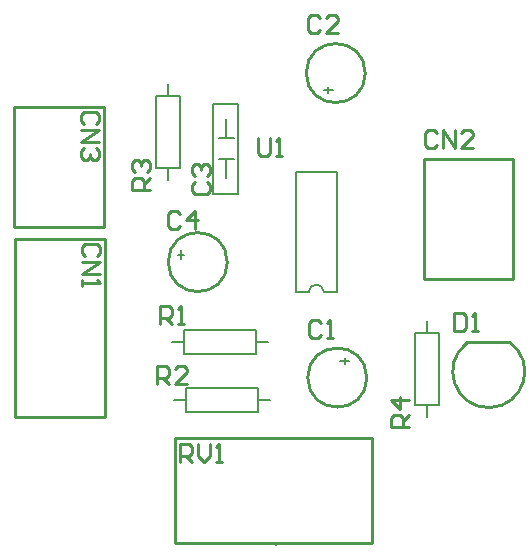
<source format=gto>
G04*
G04 #@! TF.GenerationSoftware,Altium Limited,Altium Designer,19.0.15 (446)*
G04*
G04 Layer_Color=65535*
%FSLAX43Y43*%
%MOMM*%
G71*
G01*
G75*
%ADD10C,0.254*%
%ADD11C,0.200*%
D10*
X41371Y17568D02*
G03*
X44898Y17633I1809J-2455D01*
G01*
X21042Y24384D02*
G03*
X21042Y24384I-2500J0D01*
G01*
X32853Y14605D02*
G03*
X32853Y14605I-2500J0D01*
G01*
X32726Y40386D02*
G03*
X32726Y40386I-2500J0D01*
G01*
X41435Y17633D02*
X44898D01*
X16600Y600D02*
X33300D01*
X16600D02*
Y9500D01*
X33300D01*
Y600D02*
Y9500D01*
X25100Y500D02*
X25200Y600D01*
X3048Y11311D02*
Y26311D01*
Y11311D02*
X10648D01*
Y26311D01*
X3048D02*
X10648D01*
X2998Y37522D02*
X10598D01*
Y27322D02*
Y37522D01*
X2998Y27322D02*
X10598D01*
X2998D02*
Y37522D01*
X37662Y22930D02*
X45262D01*
X37662D02*
Y33130D01*
X45262D01*
Y22930D02*
Y33130D01*
X36449Y10414D02*
X34925D01*
Y11176D01*
X35179Y11430D01*
X35687D01*
X35941Y11176D01*
Y10414D01*
Y10922D02*
X36449Y11430D01*
Y12699D02*
X34925D01*
X35687Y11938D01*
Y12953D01*
X40259Y20040D02*
Y18517D01*
X41021D01*
X41275Y18771D01*
Y19786D01*
X41021Y20040D01*
X40259D01*
X41783Y18517D02*
X42290D01*
X42036D01*
Y20040D01*
X41783Y19786D01*
X23673Y34899D02*
Y33630D01*
X23927Y33376D01*
X24435D01*
X24688Y33630D01*
Y34899D01*
X25196Y33376D02*
X25704D01*
X25450D01*
Y34899D01*
X25196Y34645D01*
X17018Y7493D02*
Y9017D01*
X17780D01*
X18034Y8763D01*
Y8255D01*
X17780Y8001D01*
X17018D01*
X17526D02*
X18034Y7493D01*
X18542Y9017D02*
Y8001D01*
X19049Y7493D01*
X19557Y8001D01*
Y9017D01*
X20065Y7493D02*
X20573D01*
X20319D01*
Y9017D01*
X20065Y8763D01*
X14478Y30480D02*
X12954D01*
Y31242D01*
X13208Y31496D01*
X13716D01*
X13970Y31242D01*
Y30480D01*
Y30988D02*
X14478Y31496D01*
X13208Y32004D02*
X12954Y32257D01*
Y32765D01*
X13208Y33019D01*
X13462D01*
X13716Y32765D01*
Y32511D01*
Y32765D01*
X13970Y33019D01*
X14224D01*
X14478Y32765D01*
Y32257D01*
X14224Y32004D01*
X15113Y14097D02*
Y15621D01*
X15875D01*
X16129Y15367D01*
Y14859D01*
X15875Y14605D01*
X15113D01*
X15621D02*
X16129Y14097D01*
X17652D02*
X16637D01*
X17652Y15113D01*
Y15367D01*
X17398Y15621D01*
X16890D01*
X16637Y15367D01*
X15367Y19177D02*
Y20701D01*
X16129D01*
X16383Y20447D01*
Y19939D01*
X16129Y19685D01*
X15367D01*
X15875D02*
X16383Y19177D01*
X16891D02*
X17398D01*
X17144D01*
Y20701D01*
X16891Y20447D01*
X9906Y36068D02*
X10160Y36322D01*
Y36830D01*
X9906Y37084D01*
X8890D01*
X8636Y36830D01*
Y36322D01*
X8890Y36068D01*
X8636Y35560D02*
X10160D01*
X8636Y34545D01*
X10160D01*
X9906Y34037D02*
X10160Y33783D01*
Y33275D01*
X9906Y33021D01*
X9652D01*
X9398Y33275D01*
Y33529D01*
Y33275D01*
X9144Y33021D01*
X8890D01*
X8636Y33275D01*
Y33783D01*
X8890Y34037D01*
X38799Y35296D02*
X38545Y35550D01*
X38037D01*
X37783Y35296D01*
Y34281D01*
X38037Y34027D01*
X38545D01*
X38799Y34281D01*
X39306Y34027D02*
Y35550D01*
X40322Y34027D01*
Y35550D01*
X41846Y34027D02*
X40830D01*
X41846Y35042D01*
Y35296D01*
X41592Y35550D01*
X41084D01*
X40830Y35296D01*
X10033Y24892D02*
X10287Y25146D01*
Y25654D01*
X10033Y25908D01*
X9017D01*
X8763Y25654D01*
Y25146D01*
X9017Y24892D01*
X8763Y24384D02*
X10287D01*
X8763Y23369D01*
X10287D01*
X8763Y22861D02*
Y22353D01*
Y22607D01*
X10287D01*
X10033Y22861D01*
X17018Y28448D02*
X16764Y28702D01*
X16256D01*
X16002Y28448D01*
Y27432D01*
X16256Y27178D01*
X16764D01*
X17018Y27432D01*
X18287Y27178D02*
Y28702D01*
X17526Y27940D01*
X18541D01*
X18288Y31184D02*
X18034Y30930D01*
Y30422D01*
X18288Y30169D01*
X19304D01*
X19558Y30422D01*
Y30930D01*
X19304Y31184D01*
X18288Y31692D02*
X18034Y31946D01*
Y32454D01*
X18288Y32708D01*
X18542D01*
X18796Y32454D01*
Y32200D01*
Y32454D01*
X19050Y32708D01*
X19304D01*
X19558Y32454D01*
Y31946D01*
X19304Y31692D01*
X28867Y45046D02*
X28613Y45300D01*
X28105D01*
X27851Y45046D01*
Y44031D01*
X28105Y43777D01*
X28613D01*
X28867Y44031D01*
X30390Y43777D02*
X29375D01*
X30390Y44793D01*
Y45046D01*
X30136Y45300D01*
X29629D01*
X29375Y45046D01*
X29006Y19253D02*
X28753Y19507D01*
X28245D01*
X27991Y19253D01*
Y18237D01*
X28245Y17983D01*
X28753D01*
X29006Y18237D01*
X29514Y17983D02*
X30022D01*
X29768D01*
Y19507D01*
X29514Y19253D01*
D11*
X29210Y21844D02*
G03*
X27940Y21844I-635J0D01*
G01*
X36957Y12319D02*
X38989D01*
X36957D02*
Y18415D01*
X38989D01*
Y12319D02*
Y18415D01*
X37973Y11303D02*
Y12319D01*
Y18415D02*
Y19431D01*
X41371Y17568D02*
X41435Y17633D01*
X19812Y30169D02*
X21971D01*
Y37789D01*
X19812D02*
X21971D01*
X19812Y30169D02*
Y37789D01*
X20955Y31519D02*
Y33090D01*
X20320D02*
X21590D01*
X20955Y34868D02*
Y36519D01*
X20320Y34868D02*
X21590D01*
X16891Y25019D02*
X17399D01*
X17145Y24638D02*
Y25400D01*
X14986Y38481D02*
X17018D01*
Y32385D02*
Y38481D01*
X14986Y32385D02*
X17018D01*
X14986D02*
Y38481D01*
X16002D02*
Y39497D01*
Y31369D02*
Y32385D01*
X23495Y16637D02*
Y18669D01*
X17399Y16637D02*
X23495D01*
X17399D02*
Y18669D01*
X23495D01*
Y17653D02*
X24511D01*
X16383D02*
X17399D01*
X23622Y11684D02*
Y13716D01*
X17526Y11684D02*
X23622D01*
X17526D02*
Y13716D01*
X23622D01*
Y12700D02*
X24638D01*
X16510D02*
X17526D01*
X30988Y15748D02*
Y16256D01*
X30607Y16002D02*
X31369D01*
X29210Y21844D02*
X30300D01*
X26850D02*
X27940D01*
X26850D02*
Y32004D01*
X30300D01*
Y21844D02*
Y32004D01*
X29591Y38735D02*
Y39243D01*
X29210Y38989D02*
X29972D01*
M02*

</source>
